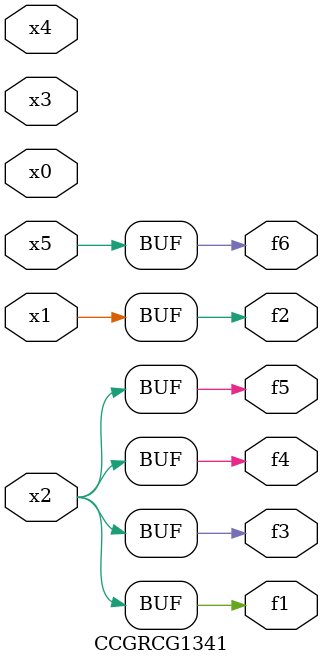
<source format=v>
module CCGRCG1341(
	input x0, x1, x2, x3, x4, x5,
	output f1, f2, f3, f4, f5, f6
);
	assign f1 = x2;
	assign f2 = x1;
	assign f3 = x2;
	assign f4 = x2;
	assign f5 = x2;
	assign f6 = x5;
endmodule

</source>
